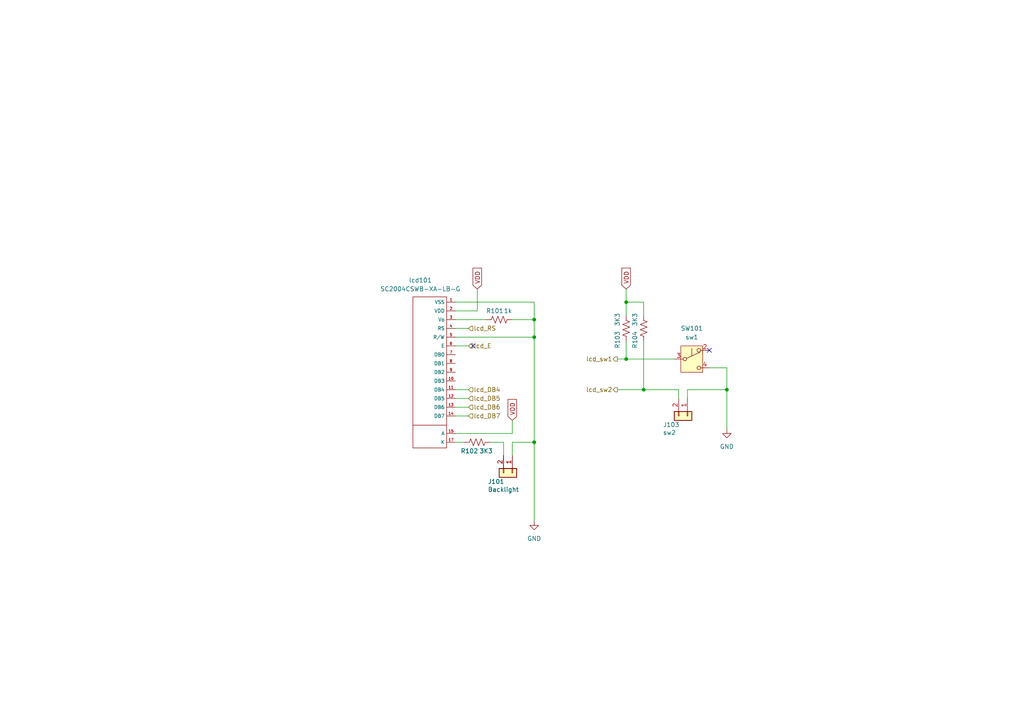
<source format=kicad_sch>
(kicad_sch (version 20231120) (generator "eeschema") (generator_version "8.0")
  (paper "A4")
  (lib_symbols
    (symbol "Connector_Generic:Conn_01x02" (pin_names (offset 1.016) hide)
      (property "Reference" "J" (at 0 2.54 0))
      (property "Value" "Conn_01x02" (at 0 -5.08 0))
      (symbol "Conn_01x02_1_1"
        (rectangle (start -1.27 -2.413) (end 0 -2.667) (stroke (width 0.1524)))
        (rectangle (start -1.27 0.127) (end 0 -0.127) (stroke (width 0.1524)))
        (rectangle (start -1.27 1.27) (end 1.27 -3.81) (stroke (width 0.254)) (fill (type background)))
        (pin passive line (at -5.08 0 0) (length 3.81) (name "Pin_1") (number "1"))
        (pin passive line (at -5.08 -2.54 0) (length 3.81) (name "Pin_2") (number "2"))
      )
    )
    (symbol "Device:R_US" (pin_numbers hide) (pin_names (offset 0))
      (property "Reference" "R" (at 2.54 0 90))
      (property "Value" "R_US" (at -2.54 0 90))
      (symbol "R_US_0_1"
        (polyline (pts (xy 0 -2.286) (xy 0 -2.54)))
        (polyline (pts (xy 0 2.286) (xy 0 2.54)))
        (polyline (pts (xy 0 -0.762) (xy 1.016 -1.143) (xy 0 -1.524) (xy -1.016 -1.905) (xy 0 -2.286)))
        (polyline (pts (xy 0 0.762) (xy 1.016 0.381) (xy 0 0) (xy -1.016 -0.381) (xy 0 -0.762)))
        (polyline (pts (xy 0 2.286) (xy 1.016 1.905) (xy 0 1.524) (xy -1.016 1.143) (xy 0 0.762)))
      )
      (symbol "R_US_1_1"
        (pin passive line (at 0 3.81 270) (length 1.27) (name "~") (number "1"))
        (pin passive line (at 0 -3.81 90) (length 1.27) (name "~") (number "2"))
      )
    )
    (symbol "SC2004CSWB_1"
      (property "Reference" "lcd101" (at -10.16 6.35 0))
      (property "Value" "SC2004CSWB-XA-LB-G" (at -10.16 3.81 0))
      (symbol "SC2004CSWB_1_0_1"
        (rectangle (start -12.319 1.524) (end -2.54 -42.291))
        (polyline (pts (xy -12.319 -35.687) (xy -2.667 -35.687)))
      )
      (symbol "SC2004CSWB_1_1_1"
        (pin free line (at 0 0 180) (length 2.54) (name "VSS") (number "1"))
        (pin free line (at 0 -22.86 180) (length 2.54) (name "DB3") (number "10"))
        (pin free line (at 0 -25.4 180) (length 2.54) (name "DB4") (number "11"))
        (pin free line (at 0 -27.94 180) (length 2.54) (name "DB5") (number "12"))
        (pin free line (at 0 -30.48 180) (length 2.54) (name "DB6") (number "13"))
        (pin free line (at 0 -33.02 180) (length 2.54) (name "DB7") (number "14"))
        (pin free line (at 0 -38.1 180) (length 2.54) (name "A") (number "15"))
        (pin free line (at 0 -40.64 180) (length 2.54) (name "K") (number "17"))
        (pin free line (at 0 -2.54 180) (length 2.54) (name "VDD") (number "2"))
        (pin free line (at 0 -5.08 180) (length 2.54) (name "Vo") (number "3"))
        (pin free line (at 0 -7.62 180) (length 2.54) (name "RS") (number "4"))
        (pin free line (at 0 -10.16 180) (length 2.54) (name "R/W") (number "5"))
        (pin free line (at 0 -12.7 180) (length 2.54) (name "E") (number "6"))
        (pin free line (at 0 -15.24 180) (length 2.54) (name "DB0") (number "7"))
        (pin free line (at 0 -17.78 180) (length 2.54) (name "DB1") (number "8"))
        (pin free line (at 0 -20.32 180) (length 2.54) (name "DB2") (number "9"))
      )
    )
    (symbol "Switch:SW_Push_SPDT" (pin_names (offset 0) hide)
      (property "Reference" "SW101" (at 0 8.89 0))
      (property "Value" "sw1" (at 0 6.35 0))
      (symbol "SW_Push_SPDT_0_0"
        (circle (center -2.032 0) (radius 0.508))
        (polyline (pts (xy 0 1.016) (xy 0 3.048)))
        (circle (center 2.032 -2.54) (radius 0.508))
      )
      (symbol "SW_Push_SPDT_0_1"
        (polyline (pts (xy -1.524 0.2032) (xy 2.3368 1.9812)))
        (circle (center 2.032 2.54) (radius 0.508))
      )
      (symbol "SW_Push_SPDT_1_1"
        (rectangle (start -3.175 3.81) (end 3.175 -3.81) (fill (type background)))
        (pin passive line (at 5.08 2.54 180) (length 2.54) (name "A") (number "2"))
        (pin passive line (at -5.08 0 0) (length 2.54) (name "B") (number "3"))
        (pin passive line (at 5.08 -2.54 180) (length 2.54) (name "C") (number "4"))
      )
    )
    (symbol "power:GND" (power) (pin_names (offset 0))
      (property "Value" "GND" (at 0 -3.81 0))
      (symbol "GND_0_1"
        (polyline (pts (xy 0 0) (xy 0 -1.27) (xy 1.27 -1.27) (xy 0 -2.54) (xy -1.27 -1.27) (xy 0 -1.27)))
      )
      (symbol "GND_1_1"
        (pin power_in line (at 0 0 270) (length 0) hide (name "GND") (number "1"))
      )
    )
  )
  (junction (at 154.94 97.79))
  (junction (at 154.94 92.71))
  (junction (at 186.69 113.03))
  (junction (at 181.61 87.63))
  (junction (at 210.82 113.03))
  (junction (at 154.94 128.27))
  (junction (at 181.61 104.14))
  (no_connect (at 137.16 100.33))
  (no_connect (at 205.74 101.6))
  (wire (pts (xy 154.94 128.27) (xy 154.94 151.13)))
  (wire (pts (xy 205.74 106.68) (xy 210.82 106.68)))
  (wire (pts (xy 181.61 83.82) (xy 181.61 87.63)))
  (wire (pts (xy 148.59 92.71) (xy 154.94 92.71)))
  (wire (pts (xy 132.08 87.63) (xy 154.94 87.63)))
  (wire (pts (xy 148.59 132.08) (xy 148.59 128.27)))
  (wire (pts (xy 132.08 92.71) (xy 140.97 92.71)))
  (wire (pts (xy 210.82 113.03) (xy 210.82 124.46)))
  (wire (pts (xy 132.08 90.17) (xy 138.43 90.17)))
  (wire (pts (xy 186.69 99.06) (xy 186.69 113.03)))
  (wire (pts (xy 181.61 104.14) (xy 195.58 104.14)))
  (wire (pts (xy 199.39 115.57) (xy 199.39 113.03)))
  (wire (pts (xy 132.08 128.27) (xy 134.62 128.27)))
  (wire (pts (xy 196.85 113.03) (xy 196.85 115.57)))
  (wire (pts (xy 132.08 120.65) (xy 135.89 120.65)))
  (wire (pts (xy 181.61 91.44) (xy 181.61 87.63)))
  (wire (pts (xy 179.07 113.03) (xy 186.69 113.03)))
  (wire (pts (xy 132.08 95.25) (xy 135.89 95.25)))
  (wire (pts (xy 132.08 115.57) (xy 135.89 115.57)))
  (wire (pts (xy 186.69 87.63) (xy 186.69 91.44)))
  (wire (pts (xy 154.94 92.71) (xy 154.94 97.79)))
  (wire (pts (xy 148.59 128.27) (xy 154.94 128.27)))
  (wire (pts (xy 179.07 104.14) (xy 181.61 104.14)))
  (wire (pts (xy 148.59 121.92) (xy 148.59 125.73)))
  (wire (pts (xy 132.08 113.03) (xy 135.89 113.03)))
  (wire (pts (xy 138.43 83.82) (xy 138.43 90.17)))
  (wire (pts (xy 154.94 87.63) (xy 154.94 92.71)))
  (wire (pts (xy 132.08 97.79) (xy 154.94 97.79)))
  (wire (pts (xy 132.08 100.33) (xy 135.89 100.33)))
  (wire (pts (xy 181.61 87.63) (xy 186.69 87.63)))
  (wire (pts (xy 146.05 128.27) (xy 146.05 132.08)))
  (wire (pts (xy 199.39 113.03) (xy 210.82 113.03)))
  (wire (pts (xy 210.82 106.68) (xy 210.82 113.03)))
  (wire (pts (xy 148.59 125.73) (xy 132.08 125.73)))
  (wire (pts (xy 132.08 118.11) (xy 135.89 118.11)))
  (wire (pts (xy 181.61 99.06) (xy 181.61 104.14)))
  (wire (pts (xy 142.24 128.27) (xy 146.05 128.27)))
  (wire (pts (xy 186.69 113.03) (xy 196.85 113.03)))
  (wire (pts (xy 154.94 97.79) (xy 154.94 128.27)))
  (global_label "VDD" (shape input) (at 181.61 83.82 90) (property "Intersheetrefs" "${INTERSHEET_REFS}" (effects (hide yes))))
  (global_label "VDD" (shape input) (at 138.43 83.82 90) (property "Intersheetrefs" "${INTERSHEET_REFS}" (effects (hide yes))))
  (global_label "VDD" (shape input) (at 148.59 121.92 90) (property "Intersheetrefs" "${INTERSHEET_REFS}" (effects (hide yes))))
  (hierarchical_label "lcd_sw1" (shape output) (at 179.07 104.14 180))
  (hierarchical_label "lcd_sw2" (shape output) (at 179.07 113.03 180))
  (hierarchical_label "lcd_DB6" (shape input) (at 135.89 118.11 0))
  (hierarchical_label "lcd_RS" (shape input) (at 135.89 95.25 0))
  (hierarchical_label "lcd_DB7" (shape input) (at 135.89 120.65 0))
  (hierarchical_label "lcd_DB4" (shape input) (at 135.89 113.03 0))
  (hierarchical_label "lcd_E" (shape input) (at 135.89 100.33 0))
  (hierarchical_label "lcd_DB5" (shape input) (at 135.89 115.57 0))
  (symbol (lib_id "power:GND") (at 154.94 151.13 0) (unit 1)
    (property "Reference" "#PWR0101" (effects (hide yes)))
    (property "Value" "GND" (at 154.94 156.21 0))
  )
  (symbol (lib_id "Connector_Generic:Conn_01x02") (at 199.39 120.65 270) (unit 1)
    (property "Reference" "J103" (at 192.278 123.19 90) (effects (justify left)))
    (property "Value" "sw2" (at 192.278 125.476 90) (effects (justify left)))
    (property "Footprint" "Connector_JST:JST_PH_S2B-PH-K_1x02_P2.00mm_Horizontal" (effects (hide yes)))
    (property "Description" "Generic connector, single row, 01x02, script generated (kicad-library-utils/schlib/autogen/connector/)" (effects (hide yes)))
  )
  (symbol (lib_name "SC2004CSWB_1") (lib_id "SC2004CSWB:SC2004CSWB") (at 132.08 87.63 0) (unit 1)
    (property "Reference" "lcd101" (at 121.92 81.28 0))
    (property "Value" "SC2004CSWB-XA-LB-G" (at 121.92 83.82 0))
    (property "Footprint" "WOBCLibrary:SC2004CSWB" (effects (hide yes)))
  )
  (symbol (lib_id "Connector_Generic:Conn_01x02") (at 148.59 137.16 270) (unit 1)
    (property "Reference" "J101" (at 141.478 139.7 90) (effects (justify left)))
    (property "Value" "Backlight" (at 141.478 141.986 90) (effects (justify left)))
    (property "Footprint" "Connector_JST:JST_PH_S2B-PH-K_1x02_P2.00mm_Horizontal" (effects (hide yes)))
    (property "Description" "Generic connector, single row, 01x02, script generated (kicad-library-utils/schlib/autogen/connector/)" (effects (hide yes)))
  )
  (symbol (lib_id "Device:R_US") (at 138.43 128.27 270) (unit 1)
    (property "Reference" "R102" (at 136.144 130.81 90))
    (property "Value" "3K3" (at 140.97 130.81 90))
    (property "Footprint" "Capacitor_SMD:C_0402_1005Metric" (effects (hide yes)))
    (property "LCSC" "C25890 " (effects (hide yes)))
  )
  (symbol (lib_id "power:GND") (at 210.82 124.46 0) (unit 1)
    (property "Reference" "#PWR0102" (effects (hide yes)))
    (property "Value" "GND" (at 210.82 129.54 0))
  )
  (symbol (lib_id "Device:R_US") (at 186.69 95.25 0) (unit 1)
    (property "Reference" "R104" (at 184.15 98.552 90))
    (property "Value" "3K3" (at 184.15 92.71 90))
    (property "Footprint" "Capacitor_SMD:C_0402_1005Metric" (effects (hide yes)))
    (property "LCSC" "C25890 " (effects (hide yes)))
  )
  (symbol (lib_id "Device:R_US") (at 144.78 92.71 270) (unit 1)
    (property "Reference" "R101" (at 143.51 90.17 90))
    (property "Value" "1k" (at 147.32 90.17 90))
    (property "Footprint" "Capacitor_SMD:C_0402_1005Metric" (effects (hide yes)))
    (property "LCSC" "C11702" (effects (hide yes)))
  )
  (symbol (lib_id "Switch:SW_Push_SPDT") (at 200.66 104.14 0) (unit 1)
    (property "Reference" "SW101" (at 200.66 95.25 0))
    (property "Value" "sw1" (at 200.66 97.79 0))
    (property "Footprint" "TerminalBlock_TE-Connectivity:TerminalBlock_TE_282834-5_1x05_P2.54mm_Horizontal" (effects (hide yes)))
    (property "Description" "Momentary Switch, single pole double throw" (effects (hide yes)))
  )
  (symbol (lib_id "Device:R_US") (at 181.61 95.25 0) (unit 1)
    (property "Reference" "R103" (at 179.07 98.552 90))
    (property "Value" "3K3" (at 179.07 92.71 90))
    (property "Footprint" "Capacitor_SMD:C_0402_1005Metric" (effects (hide yes)))
    (property "LCSC" "C25890 " (effects (hide yes)))
  )
)
</source>
